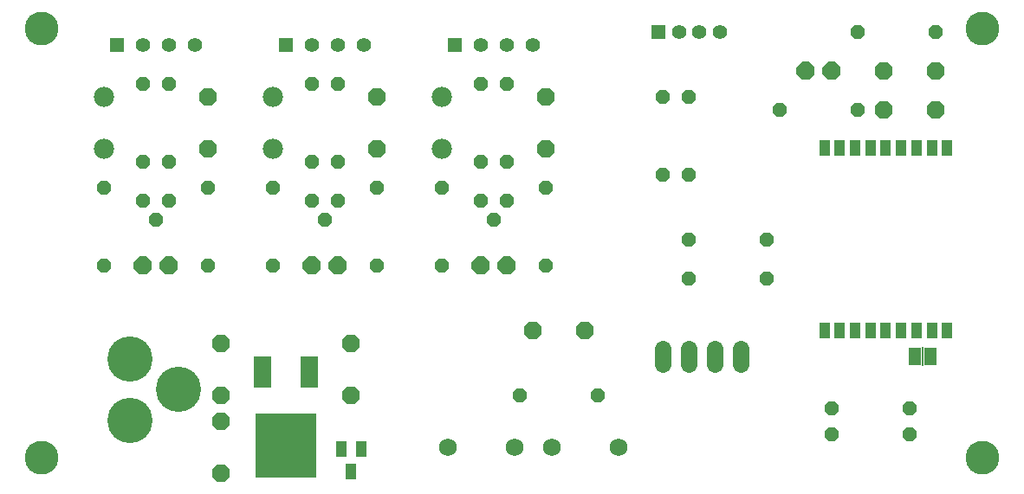
<source format=gts>
G75*
%MOIN*%
%OFA0B0*%
%FSLAX25Y25*%
%IPPOS*%
%LPD*%
%AMOC8*
5,1,8,0,0,1.08239X$1,22.5*
%
%ADD10OC8,0.06700*%
%ADD11R,0.05550X0.05550*%
%ADD12C,0.05550*%
%ADD13C,0.07800*%
%ADD14C,0.17400*%
%ADD15C,0.06400*%
%ADD16OC8,0.05600*%
%ADD17R,0.05000X0.06700*%
%ADD18R,0.00600X0.07200*%
%ADD19C,0.06896*%
%ADD20R,0.03943X0.06246*%
%ADD21R,0.04337X0.05912*%
%ADD22OC8,0.07000*%
%ADD23C,0.12998*%
%ADD24R,0.23235X0.24809*%
%ADD25R,0.06699X0.12211*%
D10*
X0135244Y0044156D03*
X0135244Y0064156D03*
X0135244Y0074156D03*
X0135244Y0094156D03*
X0185244Y0094156D03*
X0185244Y0074156D03*
X0255244Y0099156D03*
X0275244Y0099156D03*
X0260244Y0169156D03*
X0260244Y0189156D03*
X0195244Y0189156D03*
X0195244Y0169156D03*
X0130244Y0169156D03*
X0130244Y0189156D03*
X0390244Y0184156D03*
X0410244Y0184156D03*
X0410244Y0199156D03*
X0390244Y0199156D03*
D11*
X0303433Y0214156D03*
X0225244Y0209156D03*
X0160244Y0209156D03*
X0095244Y0209156D03*
D12*
X0105244Y0209156D03*
X0115244Y0209156D03*
X0125244Y0209156D03*
X0170244Y0209156D03*
X0180244Y0209156D03*
X0190244Y0209156D03*
X0235244Y0209156D03*
X0245244Y0209156D03*
X0255244Y0209156D03*
X0311307Y0214156D03*
X0319181Y0214156D03*
X0327055Y0214156D03*
D13*
X0220244Y0189156D03*
X0220244Y0169156D03*
X0155244Y0169156D03*
X0155244Y0189156D03*
X0090244Y0189156D03*
X0090244Y0169156D03*
D14*
X0100244Y0088093D03*
X0118748Y0076282D03*
X0100244Y0064471D03*
D15*
X0305244Y0086156D02*
X0305244Y0092156D01*
X0315244Y0092156D02*
X0315244Y0086156D01*
X0325244Y0086156D02*
X0325244Y0092156D01*
X0335244Y0092156D02*
X0335244Y0086156D01*
D16*
X0370244Y0069156D03*
X0370244Y0059156D03*
X0400244Y0059156D03*
X0400244Y0069156D03*
X0345244Y0119156D03*
X0345244Y0134156D03*
X0315244Y0134156D03*
X0315244Y0119156D03*
X0260244Y0124156D03*
X0240244Y0141656D03*
X0235244Y0149156D03*
X0245244Y0149156D03*
X0260244Y0154156D03*
X0245244Y0164156D03*
X0235244Y0164156D03*
X0220244Y0154156D03*
X0195244Y0154156D03*
X0180244Y0149156D03*
X0175244Y0141656D03*
X0170244Y0149156D03*
X0155244Y0154156D03*
X0170244Y0164156D03*
X0180244Y0164156D03*
X0130244Y0154156D03*
X0115244Y0149156D03*
X0110244Y0141656D03*
X0105244Y0149156D03*
X0090244Y0154156D03*
X0105244Y0164156D03*
X0115244Y0164156D03*
X0115244Y0194156D03*
X0105244Y0194156D03*
X0170244Y0194156D03*
X0180244Y0194156D03*
X0235244Y0194156D03*
X0245244Y0194156D03*
X0305244Y0189156D03*
X0315244Y0189156D03*
X0350244Y0184156D03*
X0380244Y0184156D03*
X0380244Y0214156D03*
X0410244Y0214156D03*
X0315244Y0159156D03*
X0305244Y0159156D03*
X0220244Y0124156D03*
X0195244Y0124156D03*
X0155244Y0124156D03*
X0130244Y0124156D03*
X0090244Y0124156D03*
X0250244Y0074156D03*
X0280244Y0074156D03*
D17*
X0402244Y0089156D03*
X0408244Y0089156D03*
D18*
X0405244Y0089156D03*
D19*
X0288039Y0054156D03*
X0262449Y0054156D03*
X0248039Y0054156D03*
X0222449Y0054156D03*
D20*
X0367291Y0099146D03*
X0373197Y0099146D03*
X0379102Y0099146D03*
X0385008Y0099146D03*
X0390913Y0099146D03*
X0396819Y0099146D03*
X0402724Y0099146D03*
X0408630Y0099146D03*
X0414535Y0099146D03*
X0414535Y0169166D03*
X0408630Y0169166D03*
X0402724Y0169166D03*
X0396819Y0169166D03*
X0390913Y0169166D03*
X0385008Y0169166D03*
X0379102Y0169166D03*
X0373197Y0169166D03*
X0367291Y0169166D03*
D21*
X0188984Y0053487D03*
X0181504Y0053487D03*
X0185244Y0044825D03*
D22*
X0180244Y0124156D03*
X0170244Y0124156D03*
X0115244Y0124156D03*
X0105244Y0124156D03*
X0235244Y0124156D03*
X0245244Y0124156D03*
X0360244Y0199156D03*
X0370244Y0199156D03*
D23*
X0065992Y0049904D03*
X0065992Y0215259D03*
X0428197Y0215259D03*
X0428197Y0049904D03*
D24*
X0160244Y0054786D03*
D25*
X0151268Y0083054D03*
X0169220Y0083054D03*
M02*

</source>
